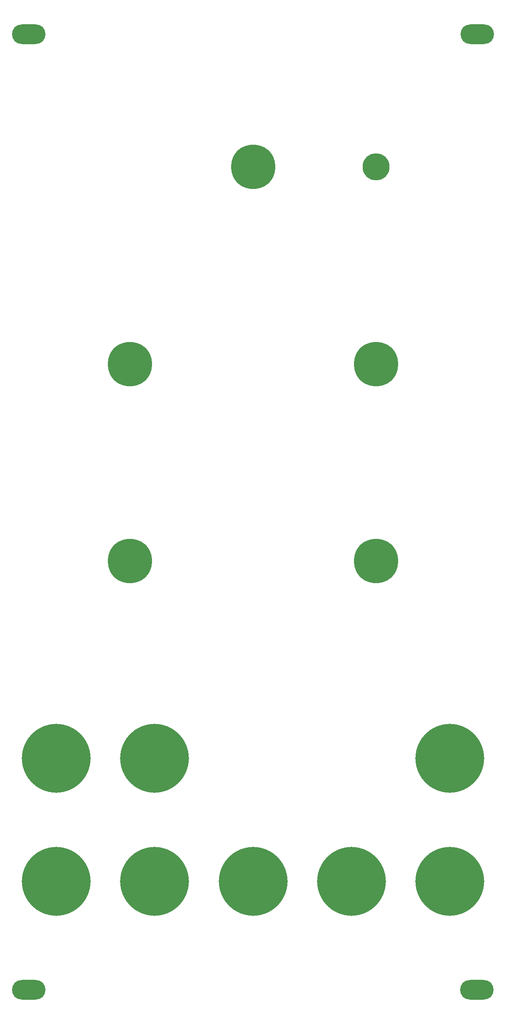
<source format=gbr>
%TF.GenerationSoftware,KiCad,Pcbnew,5.1.8-db9833491~88~ubuntu20.04.1*%
%TF.CreationDate,2020-12-01T09:53:33-05:00*%
%TF.ProjectId,mfos_vclfo_nosync-panel,6d666f73-5f76-4636-9c66-6f5f6e6f7379,rev?*%
%TF.SameCoordinates,Original*%
%TF.FileFunction,Soldermask,Bot*%
%TF.FilePolarity,Negative*%
%FSLAX46Y46*%
G04 Gerber Fmt 4.6, Leading zero omitted, Abs format (unit mm)*
G04 Created by KiCad (PCBNEW 5.1.8-db9833491~88~ubuntu20.04.1) date 2020-12-01 09:53:33*
%MOMM*%
%LPD*%
G01*
G04 APERTURE LIST*
%ADD10C,14.000000*%
%ADD11C,9.000000*%
%ADD12O,6.800000X4.000000*%
%ADD13C,5.500000*%
G04 APERTURE END LIST*
D10*
%TO.C,H20*%
X115000000Y-155000000D03*
%TD*%
%TO.C,H18*%
X35000000Y-130000000D03*
%TD*%
%TO.C,H17*%
X75000000Y-155000000D03*
%TD*%
%TO.C,H15*%
X55000000Y-130000000D03*
%TD*%
D11*
%TO.C,H14*%
X75000000Y-10000000D03*
%TD*%
D12*
%TO.C,H13*%
X29400000Y17000000D03*
%TD*%
D10*
%TO.C,H12*%
X55000000Y-155000000D03*
%TD*%
D11*
%TO.C,H11*%
X100000000Y-50000000D03*
%TD*%
D12*
%TO.C,H10*%
X120500000Y-177000000D03*
%TD*%
D10*
%TO.C,H9*%
X35000000Y-155000000D03*
%TD*%
D11*
%TO.C,H8*%
X50000000Y-90000000D03*
%TD*%
D12*
%TO.C,H7*%
X120600000Y17000000D03*
%TD*%
D10*
%TO.C,H6*%
X115000000Y-130000000D03*
%TD*%
D11*
%TO.C,H5*%
X50000000Y-50000000D03*
%TD*%
D12*
%TO.C,H4*%
X29400000Y-177000000D03*
%TD*%
D13*
%TO.C,H3*%
X100000000Y-10000000D03*
%TD*%
D10*
%TO.C,H2*%
X95000000Y-155000000D03*
%TD*%
D11*
%TO.C,H1*%
X100000000Y-90000000D03*
%TD*%
M02*

</source>
